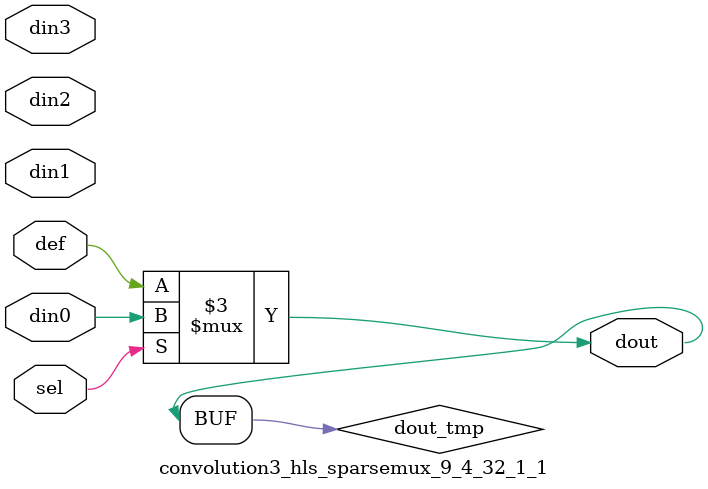
<source format=v>
`timescale 1ns / 1ps

module convolution3_hls_sparsemux_9_4_32_1_1 (din0,din1,din2,din3,def,sel,dout);

parameter din0_WIDTH = 1;

parameter din1_WIDTH = 1;

parameter din2_WIDTH = 1;

parameter din3_WIDTH = 1;

parameter def_WIDTH = 1;
parameter sel_WIDTH = 1;
parameter dout_WIDTH = 1;

parameter [sel_WIDTH-1:0] CASE0 = 1;

parameter [sel_WIDTH-1:0] CASE1 = 1;

parameter [sel_WIDTH-1:0] CASE2 = 1;

parameter [sel_WIDTH-1:0] CASE3 = 1;

parameter ID = 1;
parameter NUM_STAGE = 1;



input [din0_WIDTH-1:0] din0;

input [din1_WIDTH-1:0] din1;

input [din2_WIDTH-1:0] din2;

input [din3_WIDTH-1:0] din3;

input [def_WIDTH-1:0] def;
input [sel_WIDTH-1:0] sel;

output [dout_WIDTH-1:0] dout;



reg [dout_WIDTH-1:0] dout_tmp;

always @ (*) begin
case (sel)
    
    CASE0 : dout_tmp = din0;
    
    CASE1 : dout_tmp = din1;
    
    CASE2 : dout_tmp = din2;
    
    CASE3 : dout_tmp = din3;
    
    default : dout_tmp = def;
endcase
end


assign dout = dout_tmp;



endmodule

</source>
